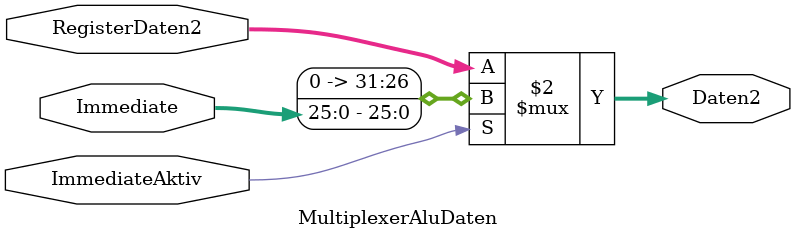
<source format=v>
module MultiplexerAluDaten (
    input [31:0] RegisterDaten2,
    input [25:0] Immediate,
    input ImmediateAktiv,
    output [31:0] Daten2
);

 assign Daten2 = (ImmediateAktiv==1'b1)? {6'b0,Immediate}:
                    RegisterDaten2;

endmodule
</source>
